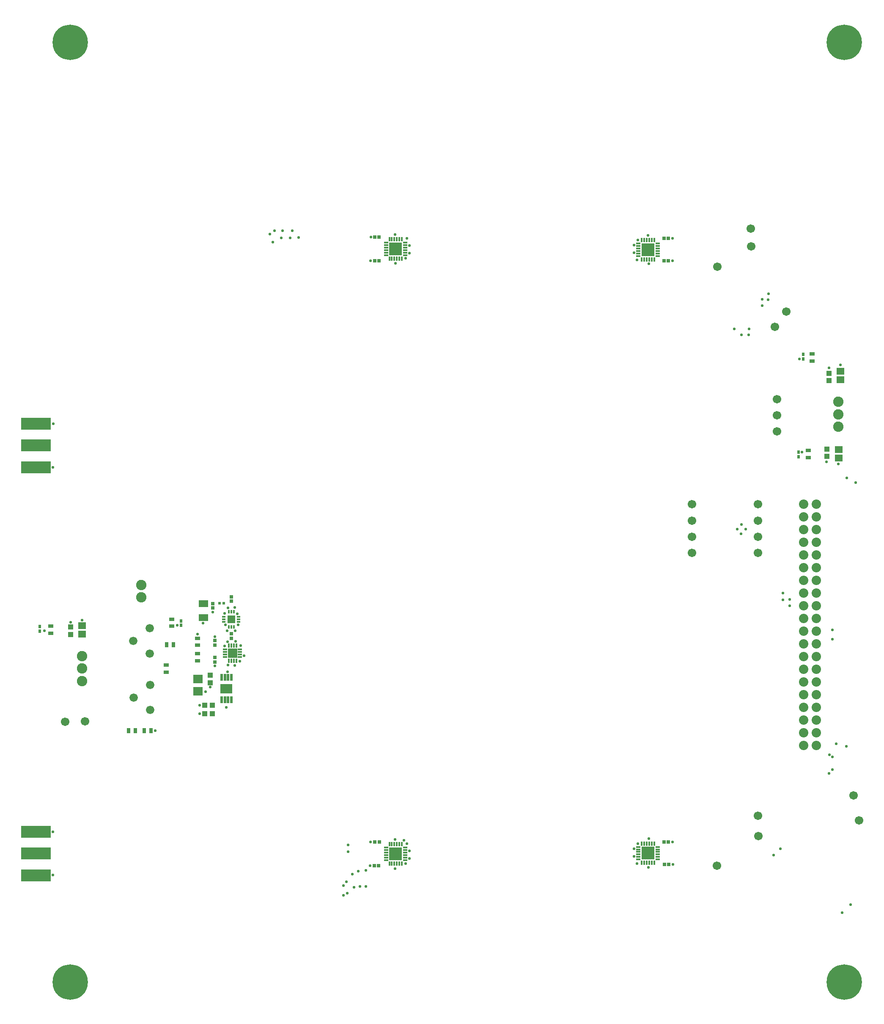
<source format=gts>
G04*
G04 #@! TF.GenerationSoftware,Altium Limited,Altium Designer,23.2.1 (34)*
G04*
G04 Layer_Color=8388736*
%FSLAX25Y25*%
%MOIN*%
G70*
G04*
G04 #@! TF.SameCoordinates,E7D857CA-1885-45CB-8F30-69F116805D82*
G04*
G04*
G04 #@! TF.FilePolarity,Negative*
G04*
G01*
G75*
%ADD46R,0.02423X0.02254*%
%ADD47R,0.03842X0.03055*%
%ADD48R,0.02268X0.03055*%
%ADD49R,0.09945X0.09945*%
%ADD50R,0.03449X0.01284*%
%ADD51R,0.01284X0.03449*%
%ADD52R,0.02898X0.02740*%
%ADD53R,0.06032X0.05239*%
%ADD54R,0.03890X0.04071*%
%ADD55R,0.23299X0.09299*%
%ADD56R,0.23299X0.09799*%
%ADD57R,0.02740X0.02898*%
%ADD58R,0.03055X0.03842*%
%ADD59R,0.02071X0.05614*%
%ADD60R,0.09197X0.07504*%
%ADD61R,0.06008X0.06008*%
%ADD62R,0.02858X0.01284*%
%ADD63R,0.01284X0.02858*%
%ADD64R,0.01480X0.03252*%
%ADD65R,0.03252X0.01480*%
%ADD66R,0.07189X0.07189*%
%ADD67R,0.07386X0.05614*%
%ADD68R,0.07583X0.06795*%
%ADD69R,0.04039X0.04236*%
%ADD70R,0.04236X0.04039*%
%ADD71C,0.27858*%
%ADD72C,0.07386*%
%ADD73C,0.06699*%
%ADD74C,0.08173*%
%ADD75C,0.06598*%
%ADD76C,0.02268*%
D46*
X351008Y358131D02*
D03*
X347633D02*
D03*
D47*
X310200Y340044D02*
D03*
Y345556D02*
D03*
X814799Y554433D02*
D03*
Y548921D02*
D03*
X811908Y478487D02*
D03*
Y472975D02*
D03*
X214898Y334551D02*
D03*
Y340063D02*
D03*
X305708Y309387D02*
D03*
Y303875D02*
D03*
X330289Y312913D02*
D03*
Y318425D02*
D03*
Y325117D02*
D03*
Y330629D02*
D03*
D48*
X317400Y344372D02*
D03*
Y340828D02*
D03*
X807614Y554039D02*
D03*
Y550496D02*
D03*
X804008Y473659D02*
D03*
Y477202D02*
D03*
X206236Y339866D02*
D03*
Y336323D02*
D03*
D49*
X486531Y637264D02*
D03*
X685404Y636581D02*
D03*
X685370Y161389D02*
D03*
X486539Y160835D02*
D03*
D50*
X478953Y632342D02*
D03*
Y634311D02*
D03*
Y636279D02*
D03*
Y638248D02*
D03*
Y640217D02*
D03*
Y642185D02*
D03*
X494110D02*
D03*
Y640217D02*
D03*
Y638248D02*
D03*
Y636279D02*
D03*
Y634311D02*
D03*
Y632342D02*
D03*
X692983Y641502D02*
D03*
Y639534D02*
D03*
Y637565D02*
D03*
Y635597D02*
D03*
Y633628D02*
D03*
Y631660D02*
D03*
X677825D02*
D03*
Y633628D02*
D03*
Y635597D02*
D03*
Y637565D02*
D03*
Y639534D02*
D03*
Y641502D02*
D03*
X677791Y166310D02*
D03*
Y164341D02*
D03*
Y162373D02*
D03*
Y160404D02*
D03*
Y158436D02*
D03*
Y156467D02*
D03*
X692949D02*
D03*
Y158436D02*
D03*
Y160404D02*
D03*
Y162373D02*
D03*
Y164341D02*
D03*
Y166310D02*
D03*
X478961Y155913D02*
D03*
Y157882D02*
D03*
Y159850D02*
D03*
Y161819D02*
D03*
Y163787D02*
D03*
Y165756D02*
D03*
X494118D02*
D03*
Y163787D02*
D03*
Y161819D02*
D03*
Y159850D02*
D03*
Y157882D02*
D03*
Y155913D02*
D03*
D51*
X481610Y644842D02*
D03*
X483579D02*
D03*
X485547D02*
D03*
X487516D02*
D03*
X489484D02*
D03*
X491453D02*
D03*
Y629685D02*
D03*
X489484D02*
D03*
X487516D02*
D03*
X485547D02*
D03*
X483579D02*
D03*
X481610D02*
D03*
X690325Y629002D02*
D03*
X688357D02*
D03*
X686388D02*
D03*
X684420D02*
D03*
X682451D02*
D03*
X680483D02*
D03*
Y644160D02*
D03*
X682451D02*
D03*
X684420D02*
D03*
X686388D02*
D03*
X688357D02*
D03*
X690325D02*
D03*
X690291Y168967D02*
D03*
X688323D02*
D03*
X686354D02*
D03*
X684386D02*
D03*
X682417D02*
D03*
X680449D02*
D03*
Y153810D02*
D03*
X682417D02*
D03*
X684386D02*
D03*
X686354D02*
D03*
X688323D02*
D03*
X690291D02*
D03*
X481618Y168413D02*
D03*
X483587D02*
D03*
X485555D02*
D03*
X487524D02*
D03*
X489492D02*
D03*
X491461D02*
D03*
Y153256D02*
D03*
X489492D02*
D03*
X487524D02*
D03*
X485555D02*
D03*
X483587D02*
D03*
X481618D02*
D03*
D52*
X469976Y627716D02*
D03*
X473441D02*
D03*
X469976Y646614D02*
D03*
X473441D02*
D03*
X698087Y645532D02*
D03*
X701551D02*
D03*
X698087Y627815D02*
D03*
X701551D02*
D03*
X701559Y170185D02*
D03*
X698095D02*
D03*
X701894Y152665D02*
D03*
X698429D02*
D03*
X473252Y151681D02*
D03*
X469787D02*
D03*
X473646Y170087D02*
D03*
X470181D02*
D03*
D53*
X836933Y534206D02*
D03*
Y540708D02*
D03*
X239504Y340460D02*
D03*
Y333958D02*
D03*
X835665Y472537D02*
D03*
Y479039D02*
D03*
D54*
X828023Y539327D02*
D03*
Y533602D02*
D03*
X230449Y333658D02*
D03*
Y339382D02*
D03*
X826315Y479441D02*
D03*
Y473717D02*
D03*
D55*
X203008Y482453D02*
D03*
Y161081D02*
D03*
D56*
Y465203D02*
D03*
Y499703D02*
D03*
Y143831D02*
D03*
Y178331D02*
D03*
D57*
X357008Y363195D02*
D03*
Y359731D02*
D03*
X344109Y315434D02*
D03*
Y311969D02*
D03*
X344011Y325257D02*
D03*
Y328721D02*
D03*
X342408Y357963D02*
D03*
Y354498D02*
D03*
X357008Y330598D02*
D03*
Y334063D02*
D03*
D58*
X311556Y325700D02*
D03*
X306044D02*
D03*
X293808Y257931D02*
D03*
X288296D02*
D03*
X281508Y258031D02*
D03*
X275996D02*
D03*
D59*
X349420Y282202D02*
D03*
X351979D02*
D03*
X354538D02*
D03*
X357097D02*
D03*
X349420Y299722D02*
D03*
X351979D02*
D03*
X354538D02*
D03*
X357097D02*
D03*
D60*
X353259Y290962D02*
D03*
D61*
X357003Y345591D02*
D03*
D62*
X351097Y343583D02*
D03*
Y345591D02*
D03*
Y347599D02*
D03*
X362908D02*
D03*
Y345591D02*
D03*
Y343583D02*
D03*
D63*
X354995Y351497D02*
D03*
X357003D02*
D03*
X359011D02*
D03*
Y339686D02*
D03*
X357003D02*
D03*
X354995D02*
D03*
D64*
X355034Y312914D02*
D03*
X357003D02*
D03*
X358971D02*
D03*
X360940D02*
D03*
Y324725D02*
D03*
X358971D02*
D03*
X357003D02*
D03*
X355034D02*
D03*
D65*
X363893Y315867D02*
D03*
Y317835D02*
D03*
Y319804D02*
D03*
Y321772D02*
D03*
X352081D02*
D03*
Y319804D02*
D03*
Y317835D02*
D03*
Y315867D02*
D03*
D66*
X357987Y318819D02*
D03*
D67*
X335008Y347017D02*
D03*
Y357844D02*
D03*
D68*
X330920Y288911D02*
D03*
Y298557D02*
D03*
D69*
X340467Y301411D02*
D03*
Y295505D02*
D03*
D70*
X342161Y278031D02*
D03*
X336255D02*
D03*
X342161Y271231D02*
D03*
X336255D02*
D03*
D71*
X840000Y60000D02*
D03*
X230000D02*
D03*
X840000Y800000D02*
D03*
X230000D02*
D03*
D72*
X808047Y436264D02*
D03*
X818047D02*
D03*
X808047Y426264D02*
D03*
X818047D02*
D03*
X808047Y416264D02*
D03*
X818047D02*
D03*
X808047Y406264D02*
D03*
X818047D02*
D03*
X808047Y396264D02*
D03*
X818047D02*
D03*
X808047Y386264D02*
D03*
X818047D02*
D03*
X808047Y376264D02*
D03*
X818047D02*
D03*
X808047Y366264D02*
D03*
X818047D02*
D03*
X808047Y356264D02*
D03*
X818047D02*
D03*
X808047Y346264D02*
D03*
X818047D02*
D03*
X808047Y336264D02*
D03*
X818047D02*
D03*
X808047Y326264D02*
D03*
X818047D02*
D03*
X808047Y316264D02*
D03*
X818047D02*
D03*
X808047Y306264D02*
D03*
X818047D02*
D03*
X808047Y296264D02*
D03*
X818047D02*
D03*
X808047Y286264D02*
D03*
X818047D02*
D03*
X808047Y276264D02*
D03*
X818047D02*
D03*
X808047Y266264D02*
D03*
X818047D02*
D03*
X808047Y256264D02*
D03*
X818047D02*
D03*
X808047Y246264D02*
D03*
X818047D02*
D03*
D73*
X772048Y397708D02*
D03*
X847319Y206799D02*
D03*
X740190Y623347D02*
D03*
X766638Y639248D02*
D03*
X766366Y653158D02*
D03*
X771951Y410514D02*
D03*
Y423320D02*
D03*
X772051Y436126D02*
D03*
X787008Y518831D02*
D03*
X720000Y410514D02*
D03*
Y397708D02*
D03*
Y423320D02*
D03*
Y436126D02*
D03*
X226208Y265031D02*
D03*
X241608Y265231D02*
D03*
X787008Y493631D02*
D03*
Y506231D02*
D03*
X772272Y174713D02*
D03*
X851685Y187307D02*
D03*
X772224Y190976D02*
D03*
X794425Y587898D02*
D03*
X785268Y575827D02*
D03*
X739858Y151618D02*
D03*
D74*
X835370Y497051D02*
D03*
Y506894D02*
D03*
Y516736D02*
D03*
X239508Y296931D02*
D03*
Y306773D02*
D03*
Y316616D02*
D03*
X286008Y362831D02*
D03*
Y372673D02*
D03*
D75*
X293004Y274088D02*
D03*
Y293773D02*
D03*
X280012Y283931D02*
D03*
X292604Y318688D02*
D03*
Y338373D02*
D03*
X279612Y328531D02*
D03*
D76*
X705100Y152626D02*
D03*
X314300Y340900D02*
D03*
X704800Y645574D02*
D03*
Y627774D02*
D03*
X842100Y456800D02*
D03*
X848953Y453131D02*
D03*
X791854Y366354D02*
D03*
X791800Y361000D02*
D03*
X765059Y574146D02*
D03*
X753563Y574118D02*
D03*
X764850Y569571D02*
D03*
X759216Y569425D02*
D03*
X762513Y416599D02*
D03*
X758760Y412811D02*
D03*
X755897Y416613D02*
D03*
X759079Y420354D02*
D03*
X775516Y597496D02*
D03*
X775398Y592410D02*
D03*
X780185Y597261D02*
D03*
X780280Y601984D02*
D03*
X844980Y120728D02*
D03*
X838543Y114394D02*
D03*
X789667Y164984D02*
D03*
X486531Y637264D02*
D03*
Y633764D02*
D03*
Y640764D02*
D03*
X490031Y637264D02*
D03*
Y640764D02*
D03*
Y633764D02*
D03*
X494406Y629783D02*
D03*
X495291Y645532D02*
D03*
X497563Y633819D02*
D03*
X676648Y628381D02*
D03*
X685404Y633081D02*
D03*
X483032Y633764D02*
D03*
X387417Y648779D02*
D03*
X389681Y642382D02*
D03*
X391059Y651514D02*
D03*
X396374Y646024D02*
D03*
X397488Y651514D02*
D03*
X403388Y646002D02*
D03*
X404988Y651602D02*
D03*
X409988Y646045D02*
D03*
X466788Y627802D02*
D03*
X466988Y646502D02*
D03*
X483032Y637264D02*
D03*
Y640764D02*
D03*
X497563Y639724D02*
D03*
X674376Y640094D02*
D03*
Y634188D02*
D03*
X485988Y648602D02*
D03*
X677534Y644129D02*
D03*
X681904Y633081D02*
D03*
Y636581D02*
D03*
Y640081D02*
D03*
X686088Y625602D02*
D03*
X688904Y633081D02*
D03*
Y636581D02*
D03*
Y640081D02*
D03*
X486288Y626002D02*
D03*
X685404Y636581D02*
D03*
Y640081D02*
D03*
X685488Y647802D02*
D03*
X828189Y224130D02*
D03*
X828308Y238807D02*
D03*
X830811Y227114D02*
D03*
X830744Y237110D02*
D03*
X784402Y159760D02*
D03*
X685370Y161389D02*
D03*
X677484Y168807D02*
D03*
X681870Y157889D02*
D03*
Y164889D02*
D03*
Y161389D02*
D03*
X685370Y157889D02*
D03*
Y164889D02*
D03*
X686096Y172715D02*
D03*
X688870Y157889D02*
D03*
Y161389D02*
D03*
X674327Y164772D02*
D03*
Y158866D02*
D03*
X688870Y164889D02*
D03*
X704696Y170215D02*
D03*
X685696Y150315D02*
D03*
X676598Y153059D02*
D03*
X490039Y160835D02*
D03*
X486244Y172153D02*
D03*
X492996Y171515D02*
D03*
X483039Y157335D02*
D03*
X490039D02*
D03*
Y164335D02*
D03*
X483039D02*
D03*
X486539Y157335D02*
D03*
Y164335D02*
D03*
X495299Y169004D02*
D03*
X483039Y160835D02*
D03*
X486539D02*
D03*
X497571Y163197D02*
D03*
X445284Y128271D02*
D03*
X448350Y129831D02*
D03*
X445595Y136031D02*
D03*
X453764Y134457D02*
D03*
X497571Y157291D02*
D03*
X448941Y167998D02*
D03*
Y162530D02*
D03*
X466496Y151515D02*
D03*
X494413Y153256D02*
D03*
X458488Y135047D02*
D03*
X447758Y138888D02*
D03*
X463114Y135146D02*
D03*
X452386Y144890D02*
D03*
X457110Y147348D02*
D03*
X463016Y147941D02*
D03*
X486244Y149319D02*
D03*
X466896Y170115D02*
D03*
X297108Y257831D02*
D03*
X342508Y351231D02*
D03*
X334808Y342431D02*
D03*
X330308Y333831D02*
D03*
X344108Y331731D02*
D03*
X354308Y309531D02*
D03*
X344208Y308831D02*
D03*
X332108Y271231D02*
D03*
Y278031D02*
D03*
X336608Y288631D02*
D03*
X239508Y344731D02*
D03*
X230408Y343331D02*
D03*
X209708Y336431D02*
D03*
X804808Y550631D02*
D03*
X806808Y477131D02*
D03*
X841669Y245476D02*
D03*
X833697Y247543D02*
D03*
X796984Y356303D02*
D03*
X797181Y361323D02*
D03*
X830842Y330024D02*
D03*
Y337307D02*
D03*
X356187Y317020D02*
D03*
X359908Y309331D02*
D03*
X354071Y304236D02*
D03*
X352506Y341092D02*
D03*
X351905Y350201D02*
D03*
X361748Y349807D02*
D03*
X362535Y341146D02*
D03*
X340488Y292327D02*
D03*
X363913Y312602D02*
D03*
X351807Y324413D02*
D03*
X364307Y324905D02*
D03*
X367260Y316933D02*
D03*
X828023Y543565D02*
D03*
X216374Y144295D02*
D03*
X216571Y178350D02*
D03*
X216866Y499610D02*
D03*
X216571Y465358D02*
D03*
X835565Y467888D02*
D03*
X826115Y469679D02*
D03*
X836933Y545857D02*
D03*
X356259Y288762D02*
D03*
Y293162D02*
D03*
X350259Y288762D02*
D03*
Y293162D02*
D03*
X353259Y290962D02*
D03*
X355353Y347241D02*
D03*
X358653D02*
D03*
X355353Y343941D02*
D03*
X358653D02*
D03*
X356187Y320620D02*
D03*
X359787D02*
D03*
Y317020D02*
D03*
X359681Y354728D02*
D03*
X354465Y354630D02*
D03*
X353108Y276331D02*
D03*
X360075Y336618D02*
D03*
X353874Y336520D02*
D03*
X360272Y328055D02*
D03*
X354108Y327931D02*
D03*
M02*

</source>
